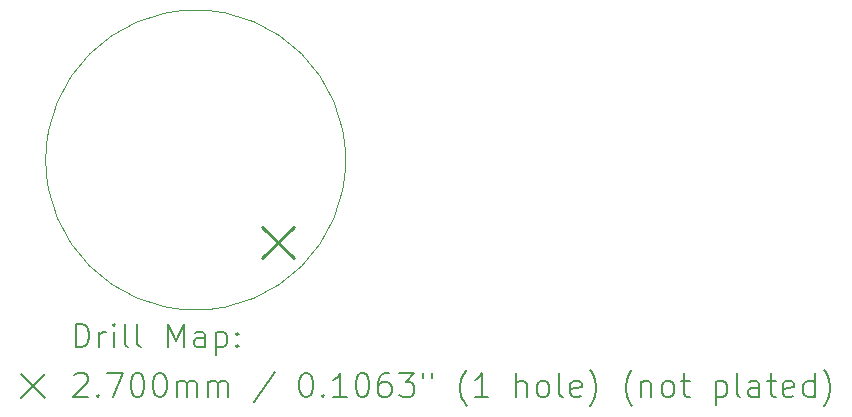
<source format=gbr>
%FSLAX45Y45*%
G04 Gerber Fmt 4.5, Leading zero omitted, Abs format (unit mm)*
G04 Created by KiCad (PCBNEW 6.0.2+dfsg-1) date 2022-10-05 13:55:46*
%MOMM*%
%LPD*%
G01*
G04 APERTURE LIST*
%TA.AperFunction,Profile*%
%ADD10C,0.100000*%
%TD*%
%ADD11C,0.200000*%
%ADD12C,0.270000*%
G04 APERTURE END LIST*
D10*
X15748000Y-7874000D02*
G75*
G03*
X15748000Y-7874000I-1270000J0D01*
G01*
D11*
D12*
X15041500Y-8437500D02*
X15311500Y-8707500D01*
X15311500Y-8437500D02*
X15041500Y-8707500D01*
D11*
X13460619Y-9459476D02*
X13460619Y-9259476D01*
X13508238Y-9259476D01*
X13536809Y-9269000D01*
X13555857Y-9288048D01*
X13565381Y-9307095D01*
X13574905Y-9345190D01*
X13574905Y-9373762D01*
X13565381Y-9411857D01*
X13555857Y-9430905D01*
X13536809Y-9449952D01*
X13508238Y-9459476D01*
X13460619Y-9459476D01*
X13660619Y-9459476D02*
X13660619Y-9326143D01*
X13660619Y-9364238D02*
X13670143Y-9345190D01*
X13679667Y-9335667D01*
X13698714Y-9326143D01*
X13717762Y-9326143D01*
X13784428Y-9459476D02*
X13784428Y-9326143D01*
X13784428Y-9259476D02*
X13774905Y-9269000D01*
X13784428Y-9278524D01*
X13793952Y-9269000D01*
X13784428Y-9259476D01*
X13784428Y-9278524D01*
X13908238Y-9459476D02*
X13889190Y-9449952D01*
X13879667Y-9430905D01*
X13879667Y-9259476D01*
X14013000Y-9459476D02*
X13993952Y-9449952D01*
X13984428Y-9430905D01*
X13984428Y-9259476D01*
X14241571Y-9459476D02*
X14241571Y-9259476D01*
X14308238Y-9402333D01*
X14374905Y-9259476D01*
X14374905Y-9459476D01*
X14555857Y-9459476D02*
X14555857Y-9354714D01*
X14546333Y-9335667D01*
X14527286Y-9326143D01*
X14489190Y-9326143D01*
X14470143Y-9335667D01*
X14555857Y-9449952D02*
X14536809Y-9459476D01*
X14489190Y-9459476D01*
X14470143Y-9449952D01*
X14460619Y-9430905D01*
X14460619Y-9411857D01*
X14470143Y-9392810D01*
X14489190Y-9383286D01*
X14536809Y-9383286D01*
X14555857Y-9373762D01*
X14651095Y-9326143D02*
X14651095Y-9526143D01*
X14651095Y-9335667D02*
X14670143Y-9326143D01*
X14708238Y-9326143D01*
X14727286Y-9335667D01*
X14736809Y-9345190D01*
X14746333Y-9364238D01*
X14746333Y-9421381D01*
X14736809Y-9440429D01*
X14727286Y-9449952D01*
X14708238Y-9459476D01*
X14670143Y-9459476D01*
X14651095Y-9449952D01*
X14832048Y-9440429D02*
X14841571Y-9449952D01*
X14832048Y-9459476D01*
X14822524Y-9449952D01*
X14832048Y-9440429D01*
X14832048Y-9459476D01*
X14832048Y-9335667D02*
X14841571Y-9345190D01*
X14832048Y-9354714D01*
X14822524Y-9345190D01*
X14832048Y-9335667D01*
X14832048Y-9354714D01*
X13003000Y-9689000D02*
X13203000Y-9889000D01*
X13203000Y-9689000D02*
X13003000Y-9889000D01*
X13451095Y-9698524D02*
X13460619Y-9689000D01*
X13479667Y-9679476D01*
X13527286Y-9679476D01*
X13546333Y-9689000D01*
X13555857Y-9698524D01*
X13565381Y-9717571D01*
X13565381Y-9736619D01*
X13555857Y-9765190D01*
X13441571Y-9879476D01*
X13565381Y-9879476D01*
X13651095Y-9860429D02*
X13660619Y-9869952D01*
X13651095Y-9879476D01*
X13641571Y-9869952D01*
X13651095Y-9860429D01*
X13651095Y-9879476D01*
X13727286Y-9679476D02*
X13860619Y-9679476D01*
X13774905Y-9879476D01*
X13974905Y-9679476D02*
X13993952Y-9679476D01*
X14013000Y-9689000D01*
X14022524Y-9698524D01*
X14032048Y-9717571D01*
X14041571Y-9755667D01*
X14041571Y-9803286D01*
X14032048Y-9841381D01*
X14022524Y-9860429D01*
X14013000Y-9869952D01*
X13993952Y-9879476D01*
X13974905Y-9879476D01*
X13955857Y-9869952D01*
X13946333Y-9860429D01*
X13936809Y-9841381D01*
X13927286Y-9803286D01*
X13927286Y-9755667D01*
X13936809Y-9717571D01*
X13946333Y-9698524D01*
X13955857Y-9689000D01*
X13974905Y-9679476D01*
X14165381Y-9679476D02*
X14184428Y-9679476D01*
X14203476Y-9689000D01*
X14213000Y-9698524D01*
X14222524Y-9717571D01*
X14232048Y-9755667D01*
X14232048Y-9803286D01*
X14222524Y-9841381D01*
X14213000Y-9860429D01*
X14203476Y-9869952D01*
X14184428Y-9879476D01*
X14165381Y-9879476D01*
X14146333Y-9869952D01*
X14136809Y-9860429D01*
X14127286Y-9841381D01*
X14117762Y-9803286D01*
X14117762Y-9755667D01*
X14127286Y-9717571D01*
X14136809Y-9698524D01*
X14146333Y-9689000D01*
X14165381Y-9679476D01*
X14317762Y-9879476D02*
X14317762Y-9746143D01*
X14317762Y-9765190D02*
X14327286Y-9755667D01*
X14346333Y-9746143D01*
X14374905Y-9746143D01*
X14393952Y-9755667D01*
X14403476Y-9774714D01*
X14403476Y-9879476D01*
X14403476Y-9774714D02*
X14413000Y-9755667D01*
X14432048Y-9746143D01*
X14460619Y-9746143D01*
X14479667Y-9755667D01*
X14489190Y-9774714D01*
X14489190Y-9879476D01*
X14584428Y-9879476D02*
X14584428Y-9746143D01*
X14584428Y-9765190D02*
X14593952Y-9755667D01*
X14613000Y-9746143D01*
X14641571Y-9746143D01*
X14660619Y-9755667D01*
X14670143Y-9774714D01*
X14670143Y-9879476D01*
X14670143Y-9774714D02*
X14679667Y-9755667D01*
X14698714Y-9746143D01*
X14727286Y-9746143D01*
X14746333Y-9755667D01*
X14755857Y-9774714D01*
X14755857Y-9879476D01*
X15146333Y-9669952D02*
X14974905Y-9927095D01*
X15403476Y-9679476D02*
X15422524Y-9679476D01*
X15441571Y-9689000D01*
X15451095Y-9698524D01*
X15460619Y-9717571D01*
X15470143Y-9755667D01*
X15470143Y-9803286D01*
X15460619Y-9841381D01*
X15451095Y-9860429D01*
X15441571Y-9869952D01*
X15422524Y-9879476D01*
X15403476Y-9879476D01*
X15384428Y-9869952D01*
X15374905Y-9860429D01*
X15365381Y-9841381D01*
X15355857Y-9803286D01*
X15355857Y-9755667D01*
X15365381Y-9717571D01*
X15374905Y-9698524D01*
X15384428Y-9689000D01*
X15403476Y-9679476D01*
X15555857Y-9860429D02*
X15565381Y-9869952D01*
X15555857Y-9879476D01*
X15546333Y-9869952D01*
X15555857Y-9860429D01*
X15555857Y-9879476D01*
X15755857Y-9879476D02*
X15641571Y-9879476D01*
X15698714Y-9879476D02*
X15698714Y-9679476D01*
X15679667Y-9708048D01*
X15660619Y-9727095D01*
X15641571Y-9736619D01*
X15879667Y-9679476D02*
X15898714Y-9679476D01*
X15917762Y-9689000D01*
X15927286Y-9698524D01*
X15936809Y-9717571D01*
X15946333Y-9755667D01*
X15946333Y-9803286D01*
X15936809Y-9841381D01*
X15927286Y-9860429D01*
X15917762Y-9869952D01*
X15898714Y-9879476D01*
X15879667Y-9879476D01*
X15860619Y-9869952D01*
X15851095Y-9860429D01*
X15841571Y-9841381D01*
X15832048Y-9803286D01*
X15832048Y-9755667D01*
X15841571Y-9717571D01*
X15851095Y-9698524D01*
X15860619Y-9689000D01*
X15879667Y-9679476D01*
X16117762Y-9679476D02*
X16079667Y-9679476D01*
X16060619Y-9689000D01*
X16051095Y-9698524D01*
X16032048Y-9727095D01*
X16022524Y-9765190D01*
X16022524Y-9841381D01*
X16032048Y-9860429D01*
X16041571Y-9869952D01*
X16060619Y-9879476D01*
X16098714Y-9879476D01*
X16117762Y-9869952D01*
X16127286Y-9860429D01*
X16136809Y-9841381D01*
X16136809Y-9793762D01*
X16127286Y-9774714D01*
X16117762Y-9765190D01*
X16098714Y-9755667D01*
X16060619Y-9755667D01*
X16041571Y-9765190D01*
X16032048Y-9774714D01*
X16022524Y-9793762D01*
X16203476Y-9679476D02*
X16327286Y-9679476D01*
X16260619Y-9755667D01*
X16289190Y-9755667D01*
X16308238Y-9765190D01*
X16317762Y-9774714D01*
X16327286Y-9793762D01*
X16327286Y-9841381D01*
X16317762Y-9860429D01*
X16308238Y-9869952D01*
X16289190Y-9879476D01*
X16232048Y-9879476D01*
X16213000Y-9869952D01*
X16203476Y-9860429D01*
X16403476Y-9679476D02*
X16403476Y-9717571D01*
X16479667Y-9679476D02*
X16479667Y-9717571D01*
X16774905Y-9955667D02*
X16765381Y-9946143D01*
X16746333Y-9917571D01*
X16736809Y-9898524D01*
X16727286Y-9869952D01*
X16717762Y-9822333D01*
X16717762Y-9784238D01*
X16727286Y-9736619D01*
X16736809Y-9708048D01*
X16746333Y-9689000D01*
X16765381Y-9660429D01*
X16774905Y-9650905D01*
X16955857Y-9879476D02*
X16841571Y-9879476D01*
X16898714Y-9879476D02*
X16898714Y-9679476D01*
X16879667Y-9708048D01*
X16860619Y-9727095D01*
X16841571Y-9736619D01*
X17193952Y-9879476D02*
X17193952Y-9679476D01*
X17279667Y-9879476D02*
X17279667Y-9774714D01*
X17270143Y-9755667D01*
X17251095Y-9746143D01*
X17222524Y-9746143D01*
X17203476Y-9755667D01*
X17193952Y-9765190D01*
X17403476Y-9879476D02*
X17384429Y-9869952D01*
X17374905Y-9860429D01*
X17365381Y-9841381D01*
X17365381Y-9784238D01*
X17374905Y-9765190D01*
X17384429Y-9755667D01*
X17403476Y-9746143D01*
X17432048Y-9746143D01*
X17451095Y-9755667D01*
X17460619Y-9765190D01*
X17470143Y-9784238D01*
X17470143Y-9841381D01*
X17460619Y-9860429D01*
X17451095Y-9869952D01*
X17432048Y-9879476D01*
X17403476Y-9879476D01*
X17584429Y-9879476D02*
X17565381Y-9869952D01*
X17555857Y-9850905D01*
X17555857Y-9679476D01*
X17736810Y-9869952D02*
X17717762Y-9879476D01*
X17679667Y-9879476D01*
X17660619Y-9869952D01*
X17651095Y-9850905D01*
X17651095Y-9774714D01*
X17660619Y-9755667D01*
X17679667Y-9746143D01*
X17717762Y-9746143D01*
X17736810Y-9755667D01*
X17746333Y-9774714D01*
X17746333Y-9793762D01*
X17651095Y-9812810D01*
X17813000Y-9955667D02*
X17822524Y-9946143D01*
X17841571Y-9917571D01*
X17851095Y-9898524D01*
X17860619Y-9869952D01*
X17870143Y-9822333D01*
X17870143Y-9784238D01*
X17860619Y-9736619D01*
X17851095Y-9708048D01*
X17841571Y-9689000D01*
X17822524Y-9660429D01*
X17813000Y-9650905D01*
X18174905Y-9955667D02*
X18165381Y-9946143D01*
X18146333Y-9917571D01*
X18136810Y-9898524D01*
X18127286Y-9869952D01*
X18117762Y-9822333D01*
X18117762Y-9784238D01*
X18127286Y-9736619D01*
X18136810Y-9708048D01*
X18146333Y-9689000D01*
X18165381Y-9660429D01*
X18174905Y-9650905D01*
X18251095Y-9746143D02*
X18251095Y-9879476D01*
X18251095Y-9765190D02*
X18260619Y-9755667D01*
X18279667Y-9746143D01*
X18308238Y-9746143D01*
X18327286Y-9755667D01*
X18336810Y-9774714D01*
X18336810Y-9879476D01*
X18460619Y-9879476D02*
X18441571Y-9869952D01*
X18432048Y-9860429D01*
X18422524Y-9841381D01*
X18422524Y-9784238D01*
X18432048Y-9765190D01*
X18441571Y-9755667D01*
X18460619Y-9746143D01*
X18489190Y-9746143D01*
X18508238Y-9755667D01*
X18517762Y-9765190D01*
X18527286Y-9784238D01*
X18527286Y-9841381D01*
X18517762Y-9860429D01*
X18508238Y-9869952D01*
X18489190Y-9879476D01*
X18460619Y-9879476D01*
X18584429Y-9746143D02*
X18660619Y-9746143D01*
X18613000Y-9679476D02*
X18613000Y-9850905D01*
X18622524Y-9869952D01*
X18641571Y-9879476D01*
X18660619Y-9879476D01*
X18879667Y-9746143D02*
X18879667Y-9946143D01*
X18879667Y-9755667D02*
X18898714Y-9746143D01*
X18936810Y-9746143D01*
X18955857Y-9755667D01*
X18965381Y-9765190D01*
X18974905Y-9784238D01*
X18974905Y-9841381D01*
X18965381Y-9860429D01*
X18955857Y-9869952D01*
X18936810Y-9879476D01*
X18898714Y-9879476D01*
X18879667Y-9869952D01*
X19089190Y-9879476D02*
X19070143Y-9869952D01*
X19060619Y-9850905D01*
X19060619Y-9679476D01*
X19251095Y-9879476D02*
X19251095Y-9774714D01*
X19241571Y-9755667D01*
X19222524Y-9746143D01*
X19184429Y-9746143D01*
X19165381Y-9755667D01*
X19251095Y-9869952D02*
X19232048Y-9879476D01*
X19184429Y-9879476D01*
X19165381Y-9869952D01*
X19155857Y-9850905D01*
X19155857Y-9831857D01*
X19165381Y-9812810D01*
X19184429Y-9803286D01*
X19232048Y-9803286D01*
X19251095Y-9793762D01*
X19317762Y-9746143D02*
X19393952Y-9746143D01*
X19346333Y-9679476D02*
X19346333Y-9850905D01*
X19355857Y-9869952D01*
X19374905Y-9879476D01*
X19393952Y-9879476D01*
X19536810Y-9869952D02*
X19517762Y-9879476D01*
X19479667Y-9879476D01*
X19460619Y-9869952D01*
X19451095Y-9850905D01*
X19451095Y-9774714D01*
X19460619Y-9755667D01*
X19479667Y-9746143D01*
X19517762Y-9746143D01*
X19536810Y-9755667D01*
X19546333Y-9774714D01*
X19546333Y-9793762D01*
X19451095Y-9812810D01*
X19717762Y-9879476D02*
X19717762Y-9679476D01*
X19717762Y-9869952D02*
X19698714Y-9879476D01*
X19660619Y-9879476D01*
X19641571Y-9869952D01*
X19632048Y-9860429D01*
X19622524Y-9841381D01*
X19622524Y-9784238D01*
X19632048Y-9765190D01*
X19641571Y-9755667D01*
X19660619Y-9746143D01*
X19698714Y-9746143D01*
X19717762Y-9755667D01*
X19793952Y-9955667D02*
X19803476Y-9946143D01*
X19822524Y-9917571D01*
X19832048Y-9898524D01*
X19841571Y-9869952D01*
X19851095Y-9822333D01*
X19851095Y-9784238D01*
X19841571Y-9736619D01*
X19832048Y-9708048D01*
X19822524Y-9689000D01*
X19803476Y-9660429D01*
X19793952Y-9650905D01*
M02*

</source>
